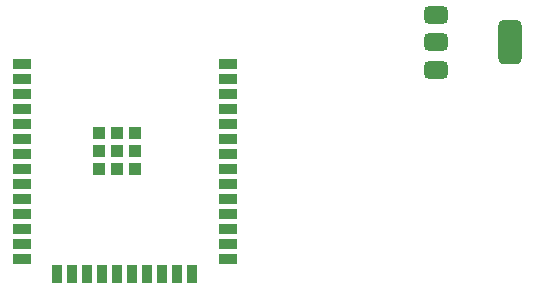
<source format=gbr>
%TF.GenerationSoftware,KiCad,Pcbnew,9.0.0*%
%TF.CreationDate,2025-03-30T19:27:41+05:30*%
%TF.ProjectId,Water_level_controller,57617465-725f-46c6-9576-656c5f636f6e,rev?*%
%TF.SameCoordinates,Original*%
%TF.FileFunction,Paste,Top*%
%TF.FilePolarity,Positive*%
%FSLAX46Y46*%
G04 Gerber Fmt 4.6, Leading zero omitted, Abs format (unit mm)*
G04 Created by KiCad (PCBNEW 9.0.0) date 2025-03-30 19:27:41*
%MOMM*%
%LPD*%
G01*
G04 APERTURE LIST*
G04 Aperture macros list*
%AMRoundRect*
0 Rectangle with rounded corners*
0 $1 Rounding radius*
0 $2 $3 $4 $5 $6 $7 $8 $9 X,Y pos of 4 corners*
0 Add a 4 corners polygon primitive as box body*
4,1,4,$2,$3,$4,$5,$6,$7,$8,$9,$2,$3,0*
0 Add four circle primitives for the rounded corners*
1,1,$1+$1,$2,$3*
1,1,$1+$1,$4,$5*
1,1,$1+$1,$6,$7*
1,1,$1+$1,$8,$9*
0 Add four rect primitives between the rounded corners*
20,1,$1+$1,$2,$3,$4,$5,0*
20,1,$1+$1,$4,$5,$6,$7,0*
20,1,$1+$1,$6,$7,$8,$9,0*
20,1,$1+$1,$8,$9,$2,$3,0*%
G04 Aperture macros list end*
%ADD10R,1.500000X0.900000*%
%ADD11R,0.900000X1.500000*%
%ADD12R,1.050000X1.050000*%
%ADD13RoundRect,0.375000X-0.625000X-0.375000X0.625000X-0.375000X0.625000X0.375000X-0.625000X0.375000X0*%
%ADD14RoundRect,0.500000X-0.500000X-1.400000X0.500000X-1.400000X0.500000X1.400000X-0.500000X1.400000X0*%
G04 APERTURE END LIST*
D10*
%TO.C,U1*%
X106810000Y-110315000D03*
X106810000Y-111585000D03*
X106810000Y-112855000D03*
X106810000Y-114125000D03*
X106810000Y-115395000D03*
X106810000Y-116665000D03*
X106810000Y-117935000D03*
X106810000Y-119205000D03*
X106810000Y-120475000D03*
X106810000Y-121745000D03*
X106810000Y-123015000D03*
X106810000Y-124285000D03*
X106810000Y-125555000D03*
X106810000Y-126825000D03*
D11*
X109850000Y-128075000D03*
X111120000Y-128075000D03*
X112390000Y-128075000D03*
X113660000Y-128075000D03*
X114930000Y-128075000D03*
X116200000Y-128075000D03*
X117470000Y-128075000D03*
X118740000Y-128075000D03*
X120010000Y-128075000D03*
X121280000Y-128075000D03*
D10*
X124310000Y-126825000D03*
X124310000Y-125555000D03*
X124310000Y-124285000D03*
X124310000Y-123015000D03*
X124310000Y-121745000D03*
X124310000Y-120475000D03*
X124310000Y-119205000D03*
X124310000Y-117935000D03*
X124310000Y-116665000D03*
X124310000Y-115395000D03*
X124310000Y-114125000D03*
X124310000Y-112855000D03*
X124310000Y-111585000D03*
X124310000Y-110315000D03*
D12*
X113355000Y-116130000D03*
X113355000Y-117655000D03*
X113355000Y-119180000D03*
X114880000Y-116130000D03*
X114880000Y-117655000D03*
X114880000Y-119180000D03*
X116405000Y-116130000D03*
X116405000Y-117655000D03*
X116405000Y-119180000D03*
%TD*%
D13*
%TO.C,U2*%
X141860000Y-106150000D03*
X141860000Y-108450000D03*
D14*
X148160000Y-108450000D03*
D13*
X141860000Y-110750000D03*
%TD*%
M02*

</source>
